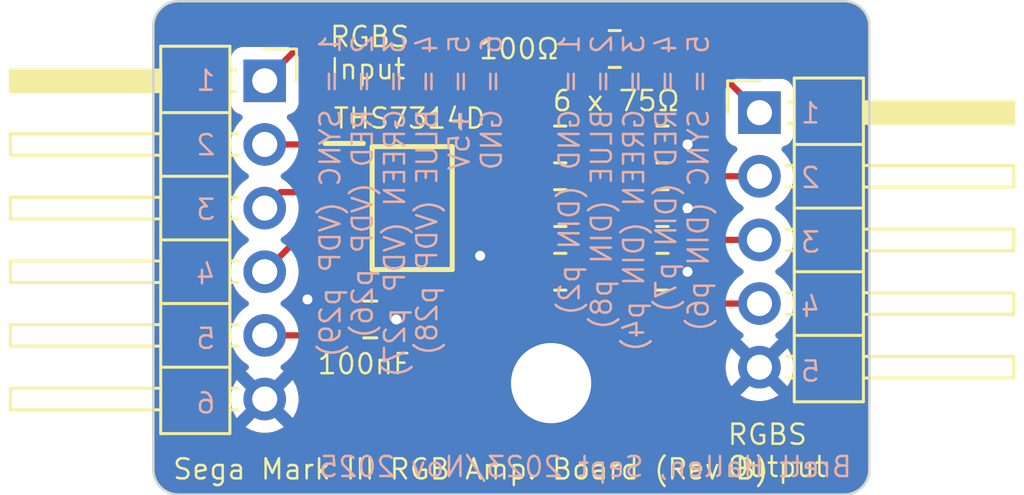
<source format=kicad_pcb>
(kicad_pcb (version 20241229) (generator "pcbnew") (generator_version "9.0")
  (title_block (title "Sega Mark III RGB Amplifier (Internal)") (date "22/NOV/2025") (rev "B") (company "Brett Hallen") (comment 1 "youtube.com/@brfff") (comment 3 "Idea from にがMSX"))
  (layers (0 "F.Cu" signal) (2 "B.Cu" signal) (13 "F.Paste" user) (15 "B.Paste" user) (5 "F.SilkS" user "F.Silkscreen") (7 "B.SilkS" user "B.Silkscreen") (1 "F.Mask" user) (3 "B.Mask" user) (25 "Edge.Cuts" user))
  (net 0 "")
  (net 1 "/RED_{IN}")
  (net 2 "/BLUE_{IN}")
  (net 3 "/GREEN_{IN}")
  (net 4 "/+5V")
  (net 5 "GND")
  (net 6 "Net-(IC1-CH.3_OUT)")
  (net 7 "Net-(IC1-CH.2_OUT)")
  (net 8 "Net-(IC1-CH.1_OUT)")
  (net 9 "/SYNC_{IN}")
  (net 10 "GREEN_{OUT}")
  (net 11 "RED_{OUT}")
  (net 12 "SYNC_{OUT}")
  (net 13 "BLUE_{OUT}")
  (footprint "Resistor_SMD:R_0805_2012Metric_Pad1.20x1.40mm_HandSolder" (layer "F.Cu") (at 121.015 67.31 180)
    (property "Reference" "R1" (hide yes))
    (property "Value" "75Ω" (hide yes))
    (fp_line (start -0.227064 0.735) (end 0.227064 0.735) (stroke (width 0.12)) (layer "F.SilkS"))
    (fp_line (start -0.227064 -0.735) (end 0.227064 -0.735) (stroke (width 0.12)) (layer "F.SilkS"))
    (pad "1" smd roundrect (at -1 0 180) (size 1.2 1.4) (layers "F.Cu" "F.Mask" "F.Paste") (roundrect_rratio 0.2083333333) (net 11 "RED_{OUT}"))
    (pad "2" smd roundrect (at 1 0 180) (size 1.2 1.4) (layers "F.Cu" "F.Mask" "F.Paste") (roundrect_rratio 0.2083333333) (net 8 "Net-(IC1-CH.1_OUT)"))
  )
  (footprint "MountingHole:MountingHole_3.2mm_M3_DIN965_Pad_TopBottom" (layer "F.Cu") (at 120.65 76.835)
    (property "Reference" "H1" (hide yes))
    (property "Value" "MountingHole_Pad" (hide yes))
    (pad "1" thru_hole circle (at 0 0) (size 3.6 3.6) (drill 3.2) (layers "*.Cu" "*.Mask") (net 5 "GND"))
    (pad "1" connect circle (at 0 0) (size 5.6 5.6) (layers "F.Cu" "F.Mask") (net 5 "GND"))
    (pad "1" connect circle (at 0 0) (size 5.6 5.6) (layers "B.Cu" "B.Mask") (net 5 "GND"))
  )
  (footprint "Connector_PinHeader_2.54mm:PinHeader_1x06_P2.54mm_Horizontal" (layer "F.Cu") (at 109.22 77.47 180)
    (property "Reference" "J1" (hide yes))
    (property "Value" "RGBS Input" (hide yes))
    (fp_line (start 10.15 10.59) (end 10.15 9.73) (stroke (width 0.12)) (layer "F.SilkS"))
    (fp_line (start 10.15 9.73) (end 4.15 9.73) (stroke (width 0.12)) (layer "F.SilkS"))
    (fp_line (start 10.15 8.05) (end 10.15 7.19) (stroke (width 0.12)) (layer "F.SilkS"))
    (fp_line (start 10.15 7.19) (end 4.15 7.19) (stroke (width 0.12)) (layer "F.SilkS"))
    (fp_line (start 10.15 5.51) (end 10.15 4.65) (stroke (width 0.12)) (layer "F.SilkS"))
    (fp_line (start 10.15 4.65) (end 4.15 4.65) (stroke (width 0.12)) (layer "F.SilkS"))
    (fp_line (start 10.15 2.97) (end 10.15 2.11) (stroke (width 0.12)) (layer "F.SilkS"))
    (fp_line (start 10.15 2.11) (end 4.15 2.11) (stroke (width 0.12)) (layer "F.SilkS"))
    (fp_line (start 10.15 0.43) (end 10.15 -0.43) (stroke (width 0.12)) (layer "F.SilkS"))
    (fp_line (start 10.15 -0.43) (end 4.15 -0.43) (stroke (width 0.12)) (layer "F.SilkS"))
    (fp_line (start 4.15 14.08) (end 1.39 14.08) (stroke (width 0.12)) (layer "F.SilkS"))
    (fp_line (start 4.15 10.59) (end 10.15 10.59) (stroke (width 0.12)) (layer "F.SilkS"))
    (fp_line (start 4.15 8.05) (end 10.15 8.05) (stroke (width 0.12)) (layer "F.SilkS"))
    (fp_line (start 4.15 5.51) (end 10.15 5.51) (stroke (width 0.12)) (layer "F.SilkS"))
    (fp_line (start 4.15 2.97) (end 10.15 2.97) (stroke (width 0.12)) (layer "F.SilkS"))
    (fp_line (start 4.15 0.43) (end 10.15 0.43) (stroke (width 0.12)) (layer "F.SilkS"))
    (fp_line (start 4.15 -1.38) (end 4.15 14.08) (stroke (width 0.12)) (layer "F.SilkS"))
    (fp_line (start 1.39 14.08) (end 1.39 -1.38) (stroke (width 0.12)) (layer "F.SilkS"))
    (fp_line (start 1.39 11.43) (end 4.15 11.43) (stroke (width 0.12)) (layer "F.SilkS"))
    (fp_line (start 1.39 8.89) (end 4.15 8.89) (stroke (width 0.12)) (layer "F.SilkS"))
    (fp_line (start 1.39 6.35) (end 4.15 6.35) (stroke (width 0.12)) (layer "F.SilkS"))
    (fp_line (start 1.39 3.81) (end 4.15 3.81) (stroke (width 0.12)) (layer "F.SilkS"))
    (fp_line (start 1.39 1.27) (end 4.15 1.27) (stroke (width 0.12)) (layer "F.SilkS"))
    (fp_line (start 1.39 -1.38) (end 4.15 -1.38) (stroke (width 0.12)) (layer "F.SilkS"))
    (fp_line (start 1.16 13.13) (end 1.39 13.13) (stroke (width 0.12)) (layer "F.SilkS"))
    (fp_line (start 1.16 12.27) (end 1.39 12.27) (stroke (width 0.12)) (layer "F.SilkS"))
    (fp_line (start 1.077358 10.59) (end 1.39 10.59) (stroke (width 0.12)) (layer "F.SilkS"))
    (fp_line (start 1.077358 9.73) (end 1.39 9.73) (stroke (width 0.12)) (layer "F.SilkS"))
    (fp_line (start 1.077358 8.05) (end 1.39 8.05) (stroke (width 0.12)) (layer "F.SilkS"))
    (fp_line (start 1.077358 7.19) (end 1.39 7.19) (stroke (width 0.12)) (layer "F.SilkS"))
    (fp_line (start 1.077358 5.51) (end 1.39 5.51) (stroke (width 0.12)) (layer "F.SilkS"))
    (fp_line (start 1.077358 4.65) (end 1.39 4.65) (stroke (width 0.12)) (layer "F.SilkS"))
    (fp_line (start 1.077358 2.97) (end 1.39 2.97) (stroke (width 0.12)) (layer "F.SilkS"))
    (fp_line (start 1.077358 2.11) (end 1.39 2.11) (stroke (width 0.12)) (layer "F.SilkS"))
    (fp_line (start 1.077358 0.43) (end 1.39 0.43) (stroke (width 0.12)) (layer "F.SilkS"))
    (fp_line (start 1.077358 -0.43) (end 1.39 -0.43) (stroke (width 0.12)) (layer "F.SilkS"))
    (fp_line (start -1.27 13.97) (end 0 13.97) (stroke (width 0.12)) (layer "F.SilkS"))
    (fp_line (start -1.27 12.7) (end -1.27 13.97) (stroke (width 0.12)) (layer "F.SilkS"))
    (fp_rect (start 4.15 13.13) (end 10.15 12.27) (stroke (width 0.12)) (fill yes) (layer "F.SilkS"))
    (pad "1" thru_hole rect (at 0 12.7 180) (size 1.7 1.7) (drill 1) (layers "*.Cu" "*.Mask") (net 9 "/SYNC_{IN}"))
    (pad "2" thru_hole circle (at 0 10.16 180) (size 1.7 1.7) (drill 1) (layers "*.Cu" "*.Mask") (net 1 "/RED_{IN}"))
    (pad "3" thru_hole circle (at 0 7.62 180) (size 1.7 1.7) (drill 1) (layers "*.Cu" "*.Mask") (net 3 "/GREEN_{IN}"))
    (pad "4" thru_hole circle (at 0 5.08 180) (size 1.7 1.7) (drill 1) (layers "*.Cu" "*.Mask") (net 2 "/BLUE_{IN}"))
    (pad "5" thru_hole circle (at 0 2.54 180) (size 1.7 1.7) (drill 1) (layers "*.Cu" "*.Mask") (net 4 "/+5V"))
    (pad "6" thru_hole circle (at 0 0 180) (size 1.7 1.7) (drill 1) (layers "*.Cu" "*.Mask") (net 5 "GND"))
  )
  (footprint "Resistor_SMD:R_0805_2012Metric_Pad1.20x1.40mm_HandSolder" (layer "F.Cu") (at 125.095 72.39)
    (property "Reference" "R5" (hide yes))
    (property "Value" "75Ω" (hide yes))
    (fp_line (start -0.227064 -0.735) (end 0.227064 -0.735) (stroke (width 0.12)) (layer "F.SilkS"))
    (fp_line (start -0.227064 0.735) (end 0.227064 0.735) (stroke (width 0.12)) (layer "F.SilkS"))
    (pad "1" smd roundrect (at -1 0) (size 1.2 1.4) (layers "F.Cu" "F.Mask" "F.Paste") (roundrect_rratio 0.2083333333) (net 13 "BLUE_{OUT}"))
    (pad "2" smd roundrect (at 1 0) (size 1.2 1.4) (layers "F.Cu" "F.Mask" "F.Paste") (roundrect_rratio 0.2083333333) (net 5 "GND"))
  )
  (footprint "Resistor_SMD:R_0805_2012Metric_Pad1.20x1.40mm_HandSolder" (layer "F.Cu") (at 123.19 63.5 180)
    (property "Reference" "R4" (hide yes))
    (property "Value" "100Ω" (at 3.81 0 0) (layer "F.SilkS") (effects (font (size 0.8 0.8) (thickness 0.1))))
    (fp_line (start -0.227064 0.735) (end 0.227064 0.735) (stroke (width 0.12)) (layer "F.SilkS"))
    (fp_line (start -0.227064 -0.735) (end 0.227064 -0.735) (stroke (width 0.12)) (layer "F.SilkS"))
    (pad "1" smd roundrect (at -1 0 180) (size 1.2 1.4) (layers "F.Cu" "F.Mask" "F.Paste") (roundrect_rratio 0.2083333333) (net 12 "SYNC_{OUT}"))
    (pad "2" smd roundrect (at 1 0 180) (size 1.2 1.4) (layers "F.Cu" "F.Mask" "F.Paste") (roundrect_rratio 0.2083333333) (net 9 "/SYNC_{IN}"))
  )
  (footprint "Resistor_SMD:R_0805_2012Metric_Pad1.20x1.40mm_HandSolder" (layer "F.Cu") (at 125.095 67.31)
    (property "Reference" "R7" (hide yes))
    (property "Value" "75Ω" (hide yes))
    (fp_line (start -0.227064 -0.735) (end 0.227064 -0.735) (stroke (width 0.12)) (layer "F.SilkS"))
    (fp_line (start -0.227064 0.735) (end 0.227064 0.735) (stroke (width 0.12)) (layer "F.SilkS"))
    (pad "1" smd roundrect (at -1 0) (size 1.2 1.4) (layers "F.Cu" "F.Mask" "F.Paste") (roundrect_rratio 0.2083333333) (net 11 "RED_{OUT}"))
    (pad "2" smd roundrect (at 1 0) (size 1.2 1.4) (layers "F.Cu" "F.Mask" "F.Paste") (roundrect_rratio 0.2083333333) (net 5 "GND"))
  )
  (footprint "Resistor_SMD:R_0805_2012Metric_Pad1.20x1.40mm_HandSolder" (layer "F.Cu") (at 125.095 69.85)
    (property "Reference" "R6" (hide yes))
    (property "Value" "75Ω" (hide yes))
    (fp_line (start -0.227064 -0.735) (end 0.227064 -0.735) (stroke (width 0.12)) (layer "F.SilkS"))
    (fp_line (start -0.227064 0.735) (end 0.227064 0.735) (stroke (width 0.12)) (layer "F.SilkS"))
    (pad "1" smd roundrect (at -1 0) (size 1.2 1.4) (layers "F.Cu" "F.Mask" "F.Paste") (roundrect_rratio 0.2083333333) (net 10 "GREEN_{OUT}"))
    (pad "2" smd roundrect (at 1 0) (size 1.2 1.4) (layers "F.Cu" "F.Mask" "F.Paste") (roundrect_rratio 0.2083333333) (net 5 "GND"))
  )
  (footprint "Connector_PinHeader_2.54mm:PinHeader_1x05_P2.54mm_Horizontal" (layer "F.Cu") (at 128.965 66.04)
    (property "Reference" "J2" (hide yes))
    (property "Value" "RGBS Output" (hide yes))
    (fp_line (start -1.27 -1.27) (end 0 -1.27) (stroke (width 0.12)) (layer "F.SilkS"))
    (fp_line (start -1.27 0) (end -1.27 -1.27) (stroke (width 0.12)) (layer "F.SilkS"))
    (fp_line (start 1.077358 2.11) (end 1.39 2.11) (stroke (width 0.12)) (layer "F.SilkS"))
    (fp_line (start 1.077358 2.97) (end 1.39 2.97) (stroke (width 0.12)) (layer "F.SilkS"))
    (fp_line (start 1.077358 4.65) (end 1.39 4.65) (stroke (width 0.12)) (layer "F.SilkS"))
    (fp_line (start 1.077358 5.51) (end 1.39 5.51) (stroke (width 0.12)) (layer "F.SilkS"))
    (fp_line (start 1.077358 7.19) (end 1.39 7.19) (stroke (width 0.12)) (layer "F.SilkS"))
    (fp_line (start 1.077358 8.05) (end 1.39 8.05) (stroke (width 0.12)) (layer "F.SilkS"))
    (fp_line (start 1.077358 9.73) (end 1.39 9.73) (stroke (width 0.12)) (layer "F.SilkS"))
    (fp_line (start 1.077358 10.59) (end 1.39 10.59) (stroke (width 0.12)) (layer "F.SilkS"))
    (fp_line (start 1.16 -0.43) (end 1.39 -0.43) (stroke (width 0.12)) (layer "F.SilkS"))
    (fp_line (start 1.16 0.43) (end 1.39 0.43) (stroke (width 0.12)) (layer "F.SilkS"))
    (fp_line (start 1.39 -1.38) (end 1.39 11.54) (stroke (width 0.12)) (layer "F.SilkS"))
    (fp_line (start 1.39 1.27) (end 4.15 1.27) (stroke (width 0.12)) (layer "F.SilkS"))
    (fp_line (start 1.39 3.81) (end 4.15 3.81) (stroke (width 0.12)) (layer "F.SilkS"))
    (fp_line (start 1.39 6.35) (end 4.15 6.35) (stroke (width 0.12)) (layer "F.SilkS"))
    (fp_line (start 1.39 8.89) (end 4.15 8.89) (stroke (width 0.12)) (layer "F.SilkS"))
    (fp_line (start 1.39 11.54) (end 4.15 11.54) (stroke (width 0.12)) (layer "F.SilkS"))
    (fp_line (start 4.15 -1.38) (end 1.39 -1.38) (stroke (width 0.12)) (layer "F.SilkS"))
    (fp_line (start 4.15 2.11) (end 10.15 2.11) (stroke (width 0.12)) (layer "F.SilkS"))
    (fp_line (start 4.15 4.65) (end 10.15 4.65) (stroke (width 0.12)) (layer "F.SilkS"))
    (fp_line (start 4.15 7.19) (end 10.15 7.19) (stroke (width 0.12)) (layer "F.SilkS"))
    (fp_line (start 4.15 9.73) (end 10.15 9.73) (stroke (width 0.12)) (layer "F.SilkS"))
    (fp_line (start 4.15 11.54) (end 4.15 -1.38) (stroke (width 0.12)) (layer "F.SilkS"))
    (fp_line (start 10.15 2.11) (end 10.15 2.97) (stroke (width 0.12)) (layer "F.SilkS"))
    (fp_line (start 10.15 2.97) (end 4.15 2.97) (stroke (width 0.12)) (layer "F.SilkS"))
    (fp_line (start 10.15 4.65) (end 10.15 5.51) (stroke (width 0.12)) (layer "F.SilkS"))
    (fp_line (start 10.15 5.51) (end 4.15 5.51) (stroke (width 0.12)) (layer "F.SilkS"))
    (fp_line (start 10.15 7.19) (end 10.15 8.05) (stroke (width 0.12)) (layer "F.SilkS"))
    (fp_line (start 10.15 8.05) (end 4.15 8.05) (stroke (width 0.12)) (layer "F.SilkS"))
    (fp_line (start 10.15 9.73) (end 10.15 10.59) (stroke (width 0.12)) (layer "F.SilkS"))
    (fp_line (start 10.15 10.59) (end 4.15 10.59) (stroke (width 0.12)) (layer "F.SilkS"))
    (fp_rect (start 4.15 -0.43) (end 10.15 0.43) (stroke (width 0.12)) (fill yes) (layer "F.SilkS"))
    (pad "1" thru_hole rect (at 0 0) (size 1.7 1.7) (drill 1) (layers "*.Cu" "*.Mask") (net 12 "SYNC_{OUT}"))
    (pad "2" thru_hole circle (at 0 2.54) (size 1.7 1.7) (drill 1) (layers "*.Cu" "*.Mask") (net 11 "RED_{OUT}"))
    (pad "3" thru_hole circle (at 0 5.08) (size 1.7 1.7) (drill 1) (layers "*.Cu" "*.Mask") (net 10 "GREEN_{OUT}"))
    (pad "4" thru_hole circle (at 0 7.62) (size 1.7 1.7) (drill 1) (layers "*.Cu" "*.Mask") (net 13 "BLUE_{OUT}"))
    (pad "5" thru_hole circle (at 0 10.16) (size 1.7 1.7) (drill 1) (layers "*.Cu" "*.Mask") (net 5 "GND"))
  )
  (footprint "KiCad:SOIC127P600X175-8N" (layer "F.Cu") (at 115.106 69.85)
    (property "Reference" "IC1" (hide yes))
    (property "Value" "THS7314D" (at -0.105865 -3.579304 0) (layer "F.SilkS") (effects (font (size 0.8 0.8) (thickness 0.1))))
    (fp_line (start -3.475 -2.58) (end -1.948 -2.58) (stroke (width 0.2)) (layer "F.SilkS"))
    (fp_line (start -1.598 -2.452) (end 1.598 -2.452) (stroke (width 0.2)) (layer "F.SilkS"))
    (fp_line (start -1.598 2.452) (end -1.598 -2.452) (stroke (width 0.2)) (layer "F.SilkS"))
    (fp_line (start 1.598 -2.452) (end 1.598 2.452) (stroke (width 0.2)) (layer "F.SilkS"))
    (fp_line (start 1.598 2.452) (end -1.598 2.452) (stroke (width 0.2)) (layer "F.SilkS"))
    (pad "1" smd rect (at -2.711 -1.905 90) (size 0.65 1.528) (layers "F.Cu" "F.Mask" "F.Paste") (net 1 "/RED_{IN}"))
    (pad "2" smd rect (at -2.711 -0.635 90) (size 0.65 1.528) (layers "F.Cu" "F.Mask" "F.Paste") (net 3 "/GREEN_{IN}"))
    (pad "3" smd rect (at -2.711 0.635 90) (size 0.65 1.528) (layers "F.Cu" "F.Mask" "F.Paste") (net 2 "/BLUE_{IN}"))
    (pad "4" smd rect (at -2.711 1.905 90) (size 0.65 1.528) (layers "F.Cu" "F.Mask" "F.Paste") (net 4 "/+5V"))
    (pad "5" smd rect (at 2.711 1.905 90) (size 0.65 1.528) (layers "F.Cu" "F.Mask" "F.Paste") (net 5 "GND"))
    (pad "6" smd rect (at 2.711 0.635 90) (size 0.65 1.528) (layers "F.Cu" "F.Mask" "F.Paste") (net 6 "Net-(IC1-CH.3_OUT)"))
    (pad "7" smd rect (at 2.711 -0.635 90) (size 0.65 1.528) (layers "F.Cu" "F.Mask" "F.Paste") (net 7 "Net-(IC1-CH.2_OUT)"))
    (pad "8" smd rect (at 2.711 -1.905 90) (size 0.65 1.528) (layers "F.Cu" "F.Mask" "F.Paste") (net 8 "Net-(IC1-CH.1_OUT)"))
  )
  (footprint "Resistor_SMD:R_0805_2012Metric_Pad1.20x1.40mm_HandSolder" (layer "F.Cu") (at 121.015 69.85 180)
    (property "Reference" "R2" (hide yes))
    (property "Value" "75Ω" (hide yes))
    (fp_line (start -0.227064 0.735) (end 0.227064 0.735) (stroke (width 0.12)) (layer "F.SilkS"))
    (fp_line (start -0.227064 -0.735) (end 0.227064 -0.735) (stroke (width 0.12)) (layer "F.SilkS"))
    (pad "1" smd roundrect (at -1 0 180) (size 1.2 1.4) (layers "F.Cu" "F.Mask" "F.Paste") (roundrect_rratio 0.2083333333) (net 10 "GREEN_{OUT}"))
    (pad "2" smd roundrect (at 1 0 180) (size 1.2 1.4) (layers "F.Cu" "F.Mask" "F.Paste") (roundrect_rratio 0.2083333333) (net 7 "Net-(IC1-CH.2_OUT)"))
  )
  (footprint "Capacitor_SMD:C_0805_2012Metric_Pad1.18x1.45mm_HandSolder" (layer "F.Cu") (at 113.4325 74.295 180)
    (property "Reference" "C1" (hide yes))
    (property "Value" "100nF" (at 0.254 -1.778 0) (layer "F.SilkS") (effects (font (size 0.8 0.8) (thickness 0.1))))
    (fp_line (start -0.261252 0.735) (end 0.261252 0.735) (stroke (width 0.12)) (layer "F.SilkS"))
    (fp_line (start -0.261252 -0.735) (end 0.261252 -0.735) (stroke (width 0.12)) (layer "F.SilkS"))
    (pad "1" smd roundrect (at -1.0375 0 180) (size 1.175 1.45) (layers "F.Cu" "F.Mask" "F.Paste") (roundrect_rratio 0.2127659574) (net 5 "GND"))
    (pad "2" smd roundrect (at 1.0375 0 180) (size 1.175 1.45) (layers "F.Cu" "F.Mask" "F.Paste") (roundrect_rratio 0.2127659574) (net 4 "/+5V"))
  )
  (footprint "Resistor_SMD:R_0805_2012Metric_Pad1.20x1.40mm_HandSolder" (layer "F.Cu") (at 121.015 72.39 180)
    (property "Reference" "R3" (hide yes))
    (property "Value" "75Ω" (hide yes))
    (fp_line (start -0.227064 0.735) (end 0.227064 0.735) (stroke (width 0.12)) (layer "F.SilkS"))
    (fp_line (start -0.227064 -0.735) (end 0.227064 -0.735) (stroke (width 0.12)) (layer "F.SilkS"))
    (pad "1" smd roundrect (at -1 0 180) (size 1.2 1.4) (layers "F.Cu" "F.Mask" "F.Paste") (roundrect_rratio 0.2083333333) (net 13 "BLUE_{OUT}"))
    (pad "2" smd roundrect (at 1 0 180) (size 1.2 1.4) (layers "F.Cu" "F.Mask" "F.Paste") (roundrect_rratio 0.2083333333) (net 6 "Net-(IC1-CH.3_OUT)"))
  )
  (gr_line (start 133.35 62.595) (end 133.35 80.28) (stroke (width 0.1)) (layer "Edge.Cuts"))
  (gr_arc (start 132.35 61.595) (mid 133.057107 61.887893) (end 133.35 62.595) (stroke (width 0.1)) (layer "Edge.Cuts"))
  (gr_line (start 132.35 81.28) (end 105.775 81.28) (stroke (width 0.1)) (layer "Edge.Cuts"))
  (gr_line (start 104.775 80.28) (end 104.775 62.595) (stroke (width 0.1)) (layer "Edge.Cuts"))
  (gr_line (start 105.775 61.595) (end 132.35 61.595) (stroke (width 0.1)) (layer "Edge.Cuts"))
  (gr_arc (start 133.35 80.28) (mid 133.057107 80.987107) (end 132.35 81.28) (stroke (width 0.1)) (layer "Edge.Cuts"))
  (gr_arc (start 105.775 81.28) (mid 105.067893 80.987107) (end 104.775 80.28) (stroke (width 0.1)) (layer "Edge.Cuts"))
  (gr_arc (start 104.775 62.595) (mid 105.067893 61.887893) (end 105.775 61.595) (stroke (width 0.1)) (layer "Edge.Cuts"))
  (gr_text "RGBS\nInput" (at 111.76 64.77 0) (layer "F.SilkS") (effects (font (size 0.8 0.8) (thickness 0.1)) (justify left bottom)))
  (gr_text "Sega Mark III RGB Amp. Board (Rev B)" (at 105.495812 80.739604 0) (layer "F.SilkS") (effects (font (size 0.8 0.8) (thickness 0.1)) (justify left bottom)))
  (gr_text "RGBS\nOutput" (at 127.635 80.645 0) (layer "F.SilkS") (effects (font (size 0.8 0.8) (thickness 0.1)) (justify left bottom)))
  (gr_text "6 x 75Ω" (at 120.65 66.04 0) (layer "F.SilkS") (effects (font (size 0.8 0.8) (thickness 0.1)) (justify left bottom)))
  (gr_text "1\n\n2\n\n3\n\n4\n\n5" (at 131.445 76.835 0) (layer "B.SilkS") (effects (font (size 0.8 0.8) (thickness 0.1)) (justify left bottom mirror)))
  (gr_text "1 = SYNC (VDP p29)\n2 = RED (VDP p26)\n3 = GREEN (VDP p27)\n4 = BLUE (VDP p28)\n5 = +5V\n6 = GND" (at 118.745 62.865 90) (layer "B.SilkS") (effects (font (size 0.8 0.8) (thickness 0.1)) (justify left bottom mirror)))
  (gr_text "1\n\n2\n\n3\n\n4\n\n5\n\n6" (at 107.315 78.105 0) (layer "B.SilkS") (effects (font (size 0.8 0.8) (thickness 0.1)) (justify left bottom mirror)))
  (gr_text "Brett Hallen, Sept 2023/Nov 2025" (at 132.715 80.645 0) (layer "B.SilkS") (effects (font (size 0.8 0.8) (thickness 0.1)) (justify left bottom mirror)))
  (gr_text "1 = GND (DIN p2)\n2 = BLUE (DIN p8)\n3 = GREEN (DIN p4)\n4 = RED (DIN p7)\n5 = SYNC (DIN p6)" (at 127 62.865 90) (layer "B.SilkS") (effects (font (size 0.8 0.8) (thickness 0.1)) (justify left bottom mirror)))
  (segment (start 109.22 67.31) (end 111.76 67.31) (width 0.25) (layer "F.Cu") (net 1))
  (segment (start 111.76 67.31) (end 112.395 67.945) (width 0.25) (layer "F.Cu") (net 1))
  (segment (start 109.22 72.39) (end 111.125 70.485) (width 0.25) (layer "F.Cu") (net 2))
  (segment (start 111.125 70.485) (end 112.395 70.485) (width 0.25) (layer "F.Cu") (net 2))
  (segment (start 109.22 69.85) (end 109.855 69.215) (width 0.25) (layer "F.Cu") (net 3))
  (segment (start 109.855 69.215) (end 112.395 69.215) (width 0.25) (layer "F.Cu") (net 3))
  (segment (start 111.76 74.93) (end 112.395 74.295) (width 0.25) (layer "F.Cu") (net 4))
  (segment (start 112.395 71.755) (end 112.395 74.295) (width 0.25) (layer "F.Cu") (net 4))
  (segment (start 109.22 74.93) (end 111.76 74.93) (width 0.25) (layer "F.Cu") (net 4))
  (via (at 126.095 72.39) (size 0.8) (drill 0.4) (layers "F.Cu" "B.Cu") (net 5))
  (via (at 126.095 67.31) (size 0.8) (drill 0.4) (layers "F.Cu" "B.Cu") (net 5))
  (via (at 114.47 74.295) (size 0.8) (drill 0.4) (layers "F.Cu" "B.Cu") (net 5))
  (via (at 126.095 69.85) (size 0.8) (drill 0.4) (layers "F.Cu" "B.Cu") (net 5))
  (via (at 110.925 73.495) (size 0.8) (drill 0.4) (layers "F.Cu" "B.Cu") (net 5))
  (via (at 117.817 71.755) (size 0.8) (drill 0.4) (layers "F.Cu" "B.Cu") (net 5))
  (segment (start 117.817 70.485) (end 118.11 70.485) (width 0.25) (layer "F.Cu") (net 6))
  (segment (start 118.11 70.485) (end 120.015 72.39) (width 0.25) (layer "F.Cu") (net 6))
  (segment (start 119.38 69.215) (end 120.015 69.85) (width 0.25) (layer "F.Cu") (net 7))
  (segment (start 117.817 69.215) (end 119.38 69.215) (width 0.25) (layer "F.Cu") (net 7))
  (segment (start 119.38 67.945) (end 120.015 67.31) (width 0.25) (layer "F.Cu") (net 8))
  (segment (start 117.817 67.945) (end 119.38 67.945) (width 0.25) (layer "F.Cu") (net 8))
  (segment (start 110.49 63.5) (end 109.22 64.77) (width 0.25) (layer "F.Cu") (net 9))
  (segment (start 122.19 63.5) (end 110.49 63.5) (width 0.25) (layer "F.Cu") (net 9))
  (segment (start 125.365 71.12) (end 128.965 71.12) (width 0.25) (layer "F.Cu") (net 10))
  (segment (start 124.095 69.85) (end 125.365 71.12) (width 0.25) (layer "F.Cu") (net 10))
  (segment (start 122.015 69.85) (end 124.095 69.85) (width 0.25) (layer "F.Cu") (net 10))
  (segment (start 125.365 68.58) (end 128.965 68.58) (width 0.25) (layer "F.Cu") (net 11))
  (segment (start 122.015 67.31) (end 124.095 67.31) (width 0.25) (layer "F.Cu") (net 11))
  (segment (start 124.095 67.31) (end 125.365 68.58) (width 0.25) (layer "F.Cu") (net 11))
  (segment (start 126.425 63.5) (end 128.965 66.04) (width 0.25) (layer "F.Cu") (net 12))
  (segment (start 124.19 63.5) (end 126.425 63.5) (width 0.25) (layer "F.Cu") (net 12))
  (segment (start 122.015 72.39) (end 124.095 72.39) (width 0.25) (layer "F.Cu") (net 13))
  (segment (start 124.095 72.39) (end 125.365 73.66) (width 0.25) (layer "F.Cu") (net 13))
  (segment (start 125.365 73.66) (end 128.965 73.66) (width 0.25) (layer "F.Cu") (net 13))
  (zone (net 5) (net_name "GND") (layers "F.Cu" "B.Cu") (connect_pads (clearance 0.5)) (min_thickness 0.25) (fill yes (thermal_gap 0.5) (thermal_bridge_width 0.5))
    (polygon (pts (xy 104.775 61.595) (xy 133.35 61.595) (xy 133.35 81.28) (xy 104.775 81.28)))
  )
)
</source>
